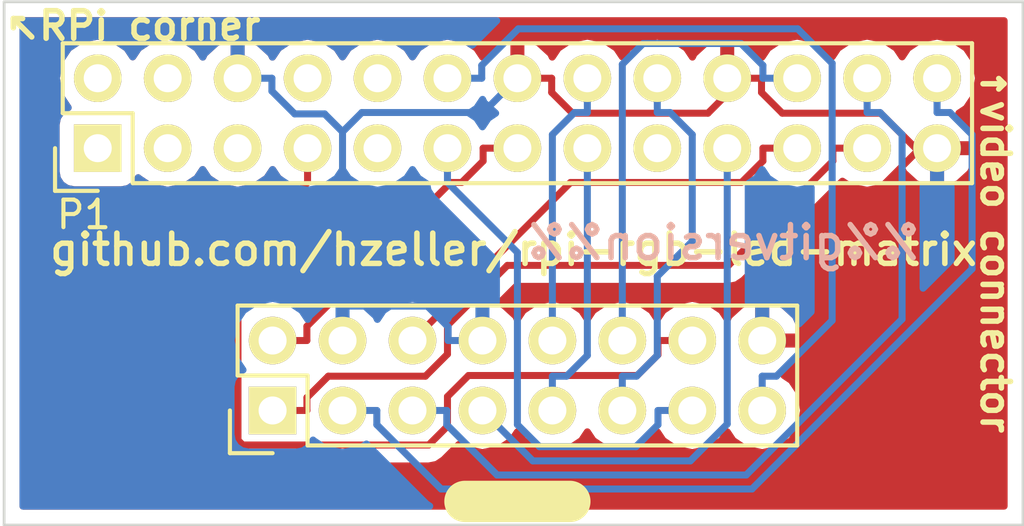
<source format=kicad_pcb>
(kicad_pcb (version 4) (host pcbnew "(2015-10-16 BZR 6271, Git e177d75)-product")

  (general
    (links 19)
    (no_connects 0)
    (area 83.657 38.37 122.550001 58.502333)
    (thickness 1.6)
    (drawings 9)
    (tracks 128)
    (zones 0)
    (modules 2)
    (nets 15)
  )

  (page A4)
  (layers
    (0 F.Cu signal)
    (31 B.Cu signal)
    (32 B.Adhes user)
    (33 F.Adhes user)
    (34 B.Paste user)
    (35 F.Paste user)
    (36 B.SilkS user)
    (37 F.SilkS user)
    (38 B.Mask user)
    (39 F.Mask user)
    (40 Dwgs.User user)
    (41 Cmts.User user)
    (42 Eco1.User user)
    (43 Eco2.User user)
    (44 Edge.Cuts user)
    (45 Margin user)
    (46 B.CrtYd user)
    (47 F.CrtYd user)
    (48 B.Fab user)
    (49 F.Fab user)
  )

  (setup
    (last_trace_width 0.254)
    (trace_clearance 0.254)
    (zone_clearance 0.508)
    (zone_45_only no)
    (trace_min 0.254)
    (segment_width 0.2)
    (edge_width 0.1)
    (via_size 0.889)
    (via_drill 0.635)
    (via_min_size 0.889)
    (via_min_drill 0.508)
    (uvia_size 0.508)
    (uvia_drill 0.127)
    (uvias_allowed no)
    (uvia_min_size 0.508)
    (uvia_min_drill 0.127)
    (pcb_text_width 0.3)
    (pcb_text_size 1.5 1.5)
    (mod_edge_width 0.15)
    (mod_text_size 1 1)
    (mod_text_width 0.15)
    (pad_size 4.064 4.064)
    (pad_drill 3.048)
    (pad_to_mask_clearance 0)
    (aux_axis_origin 0 0)
    (visible_elements FFFFEF7F)
    (pcbplotparams
      (layerselection 0x010f0_80000001)
      (usegerberextensions true)
      (excludeedgelayer true)
      (linewidth 0.100000)
      (plotframeref false)
      (viasonmask false)
      (mode 1)
      (useauxorigin false)
      (hpglpennumber 1)
      (hpglpenspeed 20)
      (hpglpendiameter 15)
      (hpglpenoverlay 2)
      (psnegative false)
      (psa4output false)
      (plotreference true)
      (plotvalue true)
      (plotinvisibletext false)
      (padsonsilk false)
      (subtractmaskfromsilk false)
      (outputformat 1)
      (mirror false)
      (drillshape 0)
      (scaleselection 1)
      (outputdirectory fab/))
  )

  (net 0 "")
  (net 1 GND)
  (net 2 strobe)
  (net 3 p0_r1)
  (net 4 p0_g1)
  (net 5 OE)
  (net 6 p0_b1)
  (net 7 p0_r2)
  (net 8 p0_g2)
  (net 9 row_D)
  (net 10 row_C)
  (net 11 p0_b2)
  (net 12 clock)
  (net 13 row_B)
  (net 14 row_A)

  (net_class Default "This is the default net class."
    (clearance 0.254)
    (trace_width 0.254)
    (via_dia 0.889)
    (via_drill 0.635)
    (uvia_dia 0.508)
    (uvia_drill 0.127)
    (add_net OE)
    (add_net clock)
    (add_net p0_b1)
    (add_net p0_b2)
    (add_net p0_g1)
    (add_net p0_g2)
    (add_net p0_r1)
    (add_net p0_r2)
    (add_net row_A)
    (add_net row_B)
    (add_net row_C)
    (add_net row_D)
    (add_net strobe)
  )

  (net_class power ""
    (clearance 0.254)
    (trace_width 0.254)
    (via_dia 0.889)
    (via_drill 0.635)
    (uvia_dia 0.508)
    (uvia_drill 0.127)
    (add_net GND)
  )

  (module Pin_Headers:Pin_Header_Straight_2x08 (layer F.Cu) (tedit 557E1BCB) (tstamp 54F3AB27)
    (at 95.25 53.34 90)
    (descr "Through hole pin header")
    (tags "pin header")
    (path /54ECB236)
    (fp_text reference Panel-1 (at 1.27 -2.54 90) (layer F.SilkS) hide
      (effects (font (size 1 1) (thickness 0.15)))
    )
    (fp_text value CONN_02X08 (at 0 -3.1 90) (layer F.SilkS) hide
      (effects (font (size 1 1) (thickness 0.15)))
    )
    (fp_line (start -1.75 -1.75) (end -1.75 19.55) (layer F.CrtYd) (width 0.05))
    (fp_line (start 4.3 -1.75) (end 4.3 19.55) (layer F.CrtYd) (width 0.05))
    (fp_line (start -1.75 -1.75) (end 4.3 -1.75) (layer F.CrtYd) (width 0.05))
    (fp_line (start -1.75 19.55) (end 4.3 19.55) (layer F.CrtYd) (width 0.05))
    (fp_line (start 3.81 19.05) (end 3.81 -1.27) (layer F.SilkS) (width 0.15))
    (fp_line (start -1.27 1.27) (end -1.27 19.05) (layer F.SilkS) (width 0.15))
    (fp_line (start 3.81 19.05) (end -1.27 19.05) (layer F.SilkS) (width 0.15))
    (fp_line (start 3.81 -1.27) (end 1.27 -1.27) (layer F.SilkS) (width 0.15))
    (fp_line (start 0 -1.55) (end -1.55 -1.55) (layer F.SilkS) (width 0.15))
    (fp_line (start 1.27 -1.27) (end 1.27 1.27) (layer F.SilkS) (width 0.15))
    (fp_line (start 1.27 1.27) (end -1.27 1.27) (layer F.SilkS) (width 0.15))
    (fp_line (start -1.55 -1.55) (end -1.55 0) (layer F.SilkS) (width 0.15))
    (pad 1 thru_hole rect (at 0 0 90) (size 1.7272 1.7272) (drill 1.016) (layers *.Cu *.Mask F.SilkS)
      (net 3 p0_r1))
    (pad 2 thru_hole oval (at 2.54 0 90) (size 1.7272 1.7272) (drill 1.016) (layers *.Cu *.Mask F.SilkS)
      (net 4 p0_g1))
    (pad 3 thru_hole oval (at 0 2.54 90) (size 1.7272 1.7272) (drill 1.016) (layers *.Cu *.Mask F.SilkS)
      (net 6 p0_b1))
    (pad 4 thru_hole oval (at 2.54 2.54 90) (size 1.7272 1.7272) (drill 1.016) (layers *.Cu *.Mask F.SilkS)
      (net 1 GND))
    (pad 5 thru_hole oval (at 0 5.08 90) (size 1.7272 1.7272) (drill 1.016) (layers *.Cu *.Mask F.SilkS)
      (net 7 p0_r2))
    (pad 6 thru_hole oval (at 2.54 5.08 90) (size 1.7272 1.7272) (drill 1.016) (layers *.Cu *.Mask F.SilkS)
      (net 8 p0_g2))
    (pad 7 thru_hole oval (at 0 7.62 90) (size 1.7272 1.7272) (drill 1.016) (layers *.Cu *.Mask F.SilkS)
      (net 11 p0_b2))
    (pad 8 thru_hole oval (at 2.54 7.62 90) (size 1.7272 1.7272) (drill 1.016) (layers *.Cu *.Mask F.SilkS)
      (net 1 GND))
    (pad 9 thru_hole oval (at 0 10.16 90) (size 1.7272 1.7272) (drill 1.016) (layers *.Cu *.Mask F.SilkS)
      (net 14 row_A))
    (pad 10 thru_hole oval (at 2.54 10.16 90) (size 1.7272 1.7272) (drill 1.016) (layers *.Cu *.Mask F.SilkS)
      (net 13 row_B))
    (pad 11 thru_hole oval (at 0 12.7 90) (size 1.7272 1.7272) (drill 1.016) (layers *.Cu *.Mask F.SilkS)
      (net 10 row_C))
    (pad 12 thru_hole oval (at 2.54 12.7 90) (size 1.7272 1.7272) (drill 1.016) (layers *.Cu *.Mask F.SilkS)
      (net 9 row_D))
    (pad 13 thru_hole oval (at 0 15.24 90) (size 1.7272 1.7272) (drill 1.016) (layers *.Cu *.Mask F.SilkS)
      (net 12 clock))
    (pad 14 thru_hole oval (at 2.54 15.24 90) (size 1.7272 1.7272) (drill 1.016) (layers *.Cu *.Mask F.SilkS)
      (net 2 strobe))
    (pad 15 thru_hole oval (at 0 17.78 90) (size 1.7272 1.7272) (drill 1.016) (layers *.Cu *.Mask F.SilkS)
      (net 5 OE))
    (pad 16 thru_hole oval (at 2.54 17.78 90) (size 1.7272 1.7272) (drill 1.016) (layers *.Cu *.Mask F.SilkS)
      (net 1 GND))
    (model Pin_Headers.3dshapes/Pin_Header_Straight_2x08.wrl
      (at (xyz 0.05 -0.35 0))
      (scale (xyz 1 1 1))
      (rotate (xyz 0 0 90))
    )
  )

  (module Pin_Headers:Pin_Header_Straight_2x13 (layer F.Cu) (tedit 557E1BBF) (tstamp 557E12E7)
    (at 88.9 43.815 90)
    (descr "Through hole pin header")
    (tags "pin header")
    (path /54ECB2B7)
    (fp_text reference P1 (at -2.413 -0.508 180) (layer F.SilkS)
      (effects (font (size 1 1) (thickness 0.15)))
    )
    (fp_text value RPi-Header (at -0.381 -4.064 90) (layer F.Fab) hide
      (effects (font (size 1 1) (thickness 0.15)))
    )
    (fp_line (start -1.75 -1.75) (end -1.75 32.25) (layer F.CrtYd) (width 0.05))
    (fp_line (start 4.3 -1.75) (end 4.3 32.25) (layer F.CrtYd) (width 0.05))
    (fp_line (start -1.75 -1.75) (end 4.3 -1.75) (layer F.CrtYd) (width 0.05))
    (fp_line (start -1.75 32.25) (end 4.3 32.25) (layer F.CrtYd) (width 0.05))
    (fp_line (start 3.81 -1.27) (end 3.81 31.75) (layer F.SilkS) (width 0.15))
    (fp_line (start -1.27 1.27) (end -1.27 31.75) (layer F.SilkS) (width 0.15))
    (fp_line (start 3.81 31.75) (end -1.27 31.75) (layer F.SilkS) (width 0.15))
    (fp_line (start 3.81 -1.27) (end 1.27 -1.27) (layer F.SilkS) (width 0.15))
    (fp_line (start 0 -1.55) (end -1.55 -1.55) (layer F.SilkS) (width 0.15))
    (fp_line (start 1.27 -1.27) (end 1.27 1.27) (layer F.SilkS) (width 0.15))
    (fp_line (start 1.27 1.27) (end -1.27 1.27) (layer F.SilkS) (width 0.15))
    (fp_line (start -1.55 -1.55) (end -1.55 0) (layer F.SilkS) (width 0.15))
    (pad 1 thru_hole rect (at 0 0 90) (size 1.7272 1.7272) (drill 1.016) (layers *.Cu *.Mask F.SilkS))
    (pad 2 thru_hole oval (at 2.54 0 90) (size 1.7272 1.7272) (drill 1.016) (layers *.Cu *.Mask F.SilkS))
    (pad 3 thru_hole oval (at 0 2.54 90) (size 1.7272 1.7272) (drill 1.016) (layers *.Cu *.Mask F.SilkS))
    (pad 4 thru_hole oval (at 2.54 2.54 90) (size 1.7272 1.7272) (drill 1.016) (layers *.Cu *.Mask F.SilkS))
    (pad 5 thru_hole oval (at 0 5.08 90) (size 1.7272 1.7272) (drill 1.016) (layers *.Cu *.Mask F.SilkS))
    (pad 6 thru_hole oval (at 2.54 5.08 90) (size 1.7272 1.7272) (drill 1.016) (layers *.Cu *.Mask F.SilkS)
      (net 1 GND))
    (pad 7 thru_hole oval (at 0 7.62 90) (size 1.7272 1.7272) (drill 1.016) (layers *.Cu *.Mask F.SilkS)
      (net 2 strobe))
    (pad 8 thru_hole oval (at 2.54 7.62 90) (size 1.7272 1.7272) (drill 1.016) (layers *.Cu *.Mask F.SilkS))
    (pad 9 thru_hole oval (at 0 10.16 90) (size 1.7272 1.7272) (drill 1.016) (layers *.Cu *.Mask F.SilkS))
    (pad 10 thru_hole oval (at 2.54 10.16 90) (size 1.7272 1.7272) (drill 1.016) (layers *.Cu *.Mask F.SilkS))
    (pad 11 thru_hole oval (at 0 12.7 90) (size 1.7272 1.7272) (drill 1.016) (layers *.Cu *.Mask F.SilkS)
      (net 12 clock))
    (pad 12 thru_hole oval (at 2.54 12.7 90) (size 1.7272 1.7272) (drill 1.016) (layers *.Cu *.Mask F.SilkS)
      (net 5 OE))
    (pad 13 thru_hole oval (at 0 15.24 90) (size 1.7272 1.7272) (drill 1.016) (layers *.Cu *.Mask F.SilkS)
      (net 4 p0_g1))
    (pad 14 thru_hole oval (at 2.54 15.24 90) (size 1.7272 1.7272) (drill 1.016) (layers *.Cu *.Mask F.SilkS)
      (net 1 GND))
    (pad 15 thru_hole oval (at 0 17.78 90) (size 1.7272 1.7272) (drill 1.016) (layers *.Cu *.Mask F.SilkS)
      (net 14 row_A))
    (pad 16 thru_hole oval (at 2.54 17.78 90) (size 1.7272 1.7272) (drill 1.016) (layers *.Cu *.Mask F.SilkS)
      (net 13 row_B))
    (pad 17 thru_hole oval (at 0 20.32 90) (size 1.7272 1.7272) (drill 1.016) (layers *.Cu *.Mask F.SilkS))
    (pad 18 thru_hole oval (at 2.54 20.32 90) (size 1.7272 1.7272) (drill 1.016) (layers *.Cu *.Mask F.SilkS)
      (net 10 row_C))
    (pad 19 thru_hole oval (at 0 22.86 90) (size 1.7272 1.7272) (drill 1.016) (layers *.Cu *.Mask F.SilkS)
      (net 11 p0_b2))
    (pad 20 thru_hole oval (at 2.54 22.86 90) (size 1.7272 1.7272) (drill 1.016) (layers *.Cu *.Mask F.SilkS)
      (net 1 GND))
    (pad 21 thru_hole oval (at 0 25.4 90) (size 1.7272 1.7272) (drill 1.016) (layers *.Cu *.Mask F.SilkS)
      (net 8 p0_g2))
    (pad 22 thru_hole oval (at 2.54 25.4 90) (size 1.7272 1.7272) (drill 1.016) (layers *.Cu *.Mask F.SilkS)
      (net 9 row_D))
    (pad 23 thru_hole oval (at 0 27.94 90) (size 1.7272 1.7272) (drill 1.016) (layers *.Cu *.Mask F.SilkS)
      (net 3 p0_r1))
    (pad 24 thru_hole oval (at 2.54 27.94 90) (size 1.7272 1.7272) (drill 1.016) (layers *.Cu *.Mask F.SilkS)
      (net 7 p0_r2))
    (pad 25 thru_hole oval (at 0 30.48 90) (size 1.7272 1.7272) (drill 1.016) (layers *.Cu *.Mask F.SilkS)
      (net 1 GND))
    (pad 26 thru_hole oval (at 2.54 30.48 90) (size 1.7272 1.7272) (drill 1.016) (layers *.Cu *.Mask F.SilkS)
      (net 6 p0_b1))
  )

  (gr_text %%gitversion%% (at 118.872 47.244) (layer B.SilkS)
    (effects (font (size 1.2 1.2) (thickness 0.2)) (justify left mirror))
  )
  (gr_text "↖RPi corner" (at 90.17 39.37) (layer F.SilkS)
    (effects (font (size 1 1) (thickness 0.2)))
  )
  (gr_text "↑video connector" (at 121.5 47.5 270) (layer F.SilkS)
    (effects (font (size 1 1) (thickness 0.2)))
  )
  (gr_text github.com/hzeller/rpi-rgb-led-matrix (at 104 47.5) (layer F.SilkS)
    (effects (font (size 1.1 1.1) (thickness 0.2)))
  )
  (gr_line (start 102.235 56.642) (end 106.045 56.642) (angle 90) (layer F.SilkS) (width 1.5))
  (gr_line (start 85.5 57.5) (end 85.5 38.5) (angle 90) (layer Edge.Cuts) (width 0.1) (tstamp 556C01FD))
  (gr_line (start 85.5 38.5) (end 122.5 38.5) (angle 90) (layer Edge.Cuts) (width 0.1))
  (gr_line (start 122.5 38.5) (end 122.5 57.5) (angle 90) (layer Edge.Cuts) (width 0.1) (tstamp 556BCFD7))
  (gr_line (start 122.5 57.5) (end 85.5 57.5) (angle 90) (layer Edge.Cuts) (width 0.1) (tstamp 556BCFD8))

  (segment (start 104.14 41.275) (end 105.3849 41.275) (width 0.254) (layer F.Cu) (net 1))
  (segment (start 112.3295 41.275) (end 111.0595 42.545) (width 0.254) (layer F.Cu) (net 1))
  (segment (start 111.0595 42.545) (end 106.1391 42.545) (width 0.254) (layer F.Cu) (net 1))
  (segment (start 106.1391 42.545) (end 105.3849 41.7908) (width 0.254) (layer F.Cu) (net 1))
  (segment (start 105.3849 41.7908) (end 105.3849 41.275) (width 0.254) (layer F.Cu) (net 1))
  (segment (start 112.3295 41.275) (end 113.0049 41.275) (width 0.254) (layer F.Cu) (net 1))
  (segment (start 111.76 41.275) (end 112.3295 41.275) (width 0.254) (layer F.Cu) (net 1))
  (segment (start 118.6854 43.8997) (end 117.3307 42.545) (width 0.254) (layer F.Cu) (net 1))
  (segment (start 117.3307 42.545) (end 113.7591 42.545) (width 0.254) (layer F.Cu) (net 1))
  (segment (start 113.7591 42.545) (end 113.0049 41.7908) (width 0.254) (layer F.Cu) (net 1))
  (segment (start 113.0049 41.7908) (end 113.0049 41.275) (width 0.254) (layer F.Cu) (net 1))
  (segment (start 118.8105 43.815) (end 118.7258 43.8997) (width 0.254) (layer F.Cu) (net 1))
  (segment (start 118.7258 43.8997) (end 118.6854 43.8997) (width 0.254) (layer F.Cu) (net 1))
  (segment (start 113.03 49.5551) (end 118.6854 43.8997) (width 0.254) (layer F.Cu) (net 1))
  (segment (start 113.03 50.8) (end 113.03 49.5551) (width 0.254) (layer F.Cu) (net 1))
  (segment (start 119.38 43.815) (end 118.8105 43.815) (width 0.254) (layer F.Cu) (net 1))
  (segment (start 97.79 43.2214) (end 97.79 49.5492) (width 0.254) (layer B.Cu) (net 1))
  (segment (start 95.2249 41.275) (end 95.2249 41.7419) (width 0.254) (layer B.Cu) (net 1))
  (segment (start 95.2249 41.7419) (end 96.0531 42.5701) (width 0.254) (layer B.Cu) (net 1))
  (segment (start 96.0531 42.5701) (end 97.1387 42.5701) (width 0.254) (layer B.Cu) (net 1))
  (segment (start 97.1387 42.5701) (end 97.79 43.2214) (width 0.254) (layer B.Cu) (net 1))
  (segment (start 104.14 41.275) (end 102.895 42.52) (width 0.254) (layer B.Cu) (net 1))
  (segment (start 102.895 42.52) (end 98.4914 42.52) (width 0.254) (layer B.Cu) (net 1))
  (segment (start 98.4914 42.52) (end 97.79 43.2214) (width 0.254) (layer B.Cu) (net 1))
  (segment (start 97.79 49.5492) (end 97.79 50.8) (width 0.254) (layer B.Cu) (net 1))
  (segment (start 97.79 49.5492) (end 100.8698 49.5492) (width 0.254) (layer B.Cu) (net 1))
  (segment (start 100.8698 49.5492) (end 101.6251 50.3045) (width 0.254) (layer B.Cu) (net 1))
  (segment (start 101.6251 50.3045) (end 101.6251 50.8) (width 0.254) (layer B.Cu) (net 1))
  (segment (start 102.87 50.8) (end 101.6251 50.8) (width 0.254) (layer B.Cu) (net 1))
  (segment (start 93.98 41.275) (end 95.2249 41.275) (width 0.254) (layer B.Cu) (net 1))
  (segment (start 110.49 50.8) (end 109.2451 50.8) (width 0.254) (layer F.Cu) (net 2))
  (segment (start 96.52 43.815) (end 96.52 45.0599) (width 0.254) (layer F.Cu) (net 2))
  (segment (start 96.52 45.0599) (end 93.9931 47.5868) (width 0.254) (layer F.Cu) (net 2))
  (segment (start 93.9931 47.5868) (end 93.9931 54.4202) (width 0.254) (layer F.Cu) (net 2))
  (segment (start 93.9931 54.4202) (end 94.1662 54.5933) (width 0.254) (layer F.Cu) (net 2))
  (segment (start 94.1662 54.5933) (end 100.9179 54.5933) (width 0.254) (layer F.Cu) (net 2))
  (segment (start 100.9179 54.5933) (end 101.6 53.9112) (width 0.254) (layer F.Cu) (net 2))
  (segment (start 101.6 53.9112) (end 101.6 52.835) (width 0.254) (layer F.Cu) (net 2))
  (segment (start 101.6 52.835) (end 102.365 52.07) (width 0.254) (layer F.Cu) (net 2))
  (segment (start 102.365 52.07) (end 108.4909 52.07) (width 0.254) (layer F.Cu) (net 2))
  (segment (start 108.4909 52.07) (end 109.2451 51.3158) (width 0.254) (layer F.Cu) (net 2))
  (segment (start 109.2451 51.3158) (end 109.2451 50.8) (width 0.254) (layer F.Cu) (net 2))
  (segment (start 95.25 53.34) (end 96.4949 53.34) (width 0.254) (layer F.Cu) (net 3))
  (segment (start 116.84 43.815) (end 115.5951 43.815) (width 0.254) (layer F.Cu) (net 3))
  (segment (start 115.5951 43.815) (end 115.5951 44.2818) (width 0.254) (layer F.Cu) (net 3))
  (segment (start 115.5951 44.2818) (end 111.8058 48.0711) (width 0.254) (layer F.Cu) (net 3))
  (segment (start 111.8058 48.0711) (end 103.7779 48.0711) (width 0.254) (layer F.Cu) (net 3))
  (segment (start 103.7779 48.0711) (end 101.6 50.249) (width 0.254) (layer F.Cu) (net 3))
  (segment (start 101.6 50.249) (end 101.6 51.295) (width 0.254) (layer F.Cu) (net 3))
  (segment (start 101.6 51.295) (end 100.7999 52.0951) (width 0.254) (layer F.Cu) (net 3))
  (segment (start 100.7999 52.0951) (end 97.2729 52.0951) (width 0.254) (layer F.Cu) (net 3))
  (segment (start 97.2729 52.0951) (end 96.4949 52.8731) (width 0.254) (layer F.Cu) (net 3))
  (segment (start 96.4949 52.8731) (end 96.4949 53.34) (width 0.254) (layer F.Cu) (net 3))
  (segment (start 95.25 50.8) (end 96.4949 50.8) (width 0.254) (layer F.Cu) (net 4))
  (segment (start 104.14 43.815) (end 102.8951 43.815) (width 0.254) (layer F.Cu) (net 4))
  (segment (start 102.8951 43.815) (end 102.8951 44.2819) (width 0.254) (layer F.Cu) (net 4))
  (segment (start 102.8951 44.2819) (end 102.1171 45.0599) (width 0.254) (layer F.Cu) (net 4))
  (segment (start 102.1171 45.0599) (end 101.7192 45.0599) (width 0.254) (layer F.Cu) (net 4))
  (segment (start 101.7192 45.0599) (end 96.4949 50.2842) (width 0.254) (layer F.Cu) (net 4))
  (segment (start 96.4949 50.2842) (end 96.4949 50.8) (width 0.254) (layer F.Cu) (net 4))
  (segment (start 113.03 53.34) (end 113.03 52.0951) (width 0.254) (layer B.Cu) (net 5))
  (segment (start 101.6 41.275) (end 102.8449 41.275) (width 0.254) (layer B.Cu) (net 5))
  (segment (start 102.8449 41.275) (end 102.8449 40.8082) (width 0.254) (layer B.Cu) (net 5))
  (segment (start 102.8449 40.8082) (end 104.1729 39.4802) (width 0.254) (layer B.Cu) (net 5))
  (segment (start 104.1729 39.4802) (end 114.3167 39.4802) (width 0.254) (layer B.Cu) (net 5))
  (segment (start 114.3167 39.4802) (end 115.57 40.7335) (width 0.254) (layer B.Cu) (net 5))
  (segment (start 115.57 40.7335) (end 115.57 50.0709) (width 0.254) (layer B.Cu) (net 5))
  (segment (start 115.57 50.0709) (end 113.5458 52.0951) (width 0.254) (layer B.Cu) (net 5))
  (segment (start 113.5458 52.0951) (end 113.03 52.0951) (width 0.254) (layer B.Cu) (net 5))
  (segment (start 97.79 53.34) (end 99.0349 53.34) (width 0.254) (layer B.Cu) (net 6))
  (segment (start 119.38 41.275) (end 119.38 42.5199) (width 0.254) (layer B.Cu) (net 6))
  (segment (start 119.38 42.5199) (end 119.8468 42.5199) (width 0.254) (layer B.Cu) (net 6))
  (segment (start 119.8468 42.5199) (end 120.6524 43.3255) (width 0.254) (layer B.Cu) (net 6))
  (segment (start 120.6524 43.3255) (end 120.6524 48.1982) (width 0.254) (layer B.Cu) (net 6))
  (segment (start 120.6524 48.1982) (end 112.6587 56.1919) (width 0.254) (layer B.Cu) (net 6))
  (segment (start 112.6587 56.1919) (end 101.371 56.1919) (width 0.254) (layer B.Cu) (net 6))
  (segment (start 101.371 56.1919) (end 99.0349 53.8558) (width 0.254) (layer B.Cu) (net 6))
  (segment (start 99.0349 53.8558) (end 99.0349 53.34) (width 0.254) (layer B.Cu) (net 6))
  (segment (start 100.33 53.34) (end 101.5749 53.34) (width 0.254) (layer B.Cu) (net 7))
  (segment (start 116.84 41.275) (end 116.84 42.5199) (width 0.254) (layer B.Cu) (net 7))
  (segment (start 116.84 42.5199) (end 117.3068 42.5199) (width 0.254) (layer B.Cu) (net 7))
  (segment (start 117.3068 42.5199) (end 118.11 43.3231) (width 0.254) (layer B.Cu) (net 7))
  (segment (start 118.11 43.3231) (end 118.11 50.0216) (width 0.254) (layer B.Cu) (net 7))
  (segment (start 118.11 50.0216) (end 112.4481 55.6835) (width 0.254) (layer B.Cu) (net 7))
  (segment (start 112.4481 55.6835) (end 103.4026 55.6835) (width 0.254) (layer B.Cu) (net 7))
  (segment (start 103.4026 55.6835) (end 101.5749 53.8558) (width 0.254) (layer B.Cu) (net 7))
  (segment (start 101.5749 53.8558) (end 101.5749 53.34) (width 0.254) (layer B.Cu) (net 7))
  (segment (start 114.3 43.815) (end 113.0551 43.815) (width 0.254) (layer F.Cu) (net 8))
  (segment (start 113.0551 43.815) (end 113.0551 44.2819) (width 0.254) (layer F.Cu) (net 8))
  (segment (start 113.0551 44.2819) (end 112.2771 45.0599) (width 0.254) (layer F.Cu) (net 8))
  (segment (start 112.2771 45.0599) (end 106.0701 45.0599) (width 0.254) (layer F.Cu) (net 8))
  (segment (start 106.0701 45.0599) (end 100.33 50.8) (width 0.254) (layer F.Cu) (net 8))
  (segment (start 114.3 41.275) (end 113.0551 41.275) (width 0.254) (layer B.Cu) (net 9))
  (segment (start 113.0551 41.275) (end 113.0551 40.8082) (width 0.254) (layer B.Cu) (net 9))
  (segment (start 113.0551 40.8082) (end 112.2605 40.0136) (width 0.254) (layer B.Cu) (net 9))
  (segment (start 112.2605 40.0136) (end 108.7063 40.0136) (width 0.254) (layer B.Cu) (net 9))
  (segment (start 108.7063 40.0136) (end 107.95 40.7699) (width 0.254) (layer B.Cu) (net 9))
  (segment (start 107.95 40.7699) (end 107.95 50.8) (width 0.254) (layer B.Cu) (net 9))
  (segment (start 107.95 53.34) (end 107.95 52.0951) (width 0.254) (layer B.Cu) (net 10))
  (segment (start 109.22 41.275) (end 109.22 42.5199) (width 0.254) (layer B.Cu) (net 10))
  (segment (start 109.22 42.5199) (end 109.6868 42.5199) (width 0.254) (layer B.Cu) (net 10))
  (segment (start 109.6868 42.5199) (end 110.49 43.3231) (width 0.254) (layer B.Cu) (net 10))
  (segment (start 110.49 43.3231) (end 110.49 47.1986) (width 0.254) (layer B.Cu) (net 10))
  (segment (start 110.49 47.1986) (end 109.22 48.4686) (width 0.254) (layer B.Cu) (net 10))
  (segment (start 109.22 48.4686) (end 109.22 51.3409) (width 0.254) (layer B.Cu) (net 10))
  (segment (start 109.22 51.3409) (end 108.4658 52.0951) (width 0.254) (layer B.Cu) (net 10))
  (segment (start 108.4658 52.0951) (end 107.95 52.0951) (width 0.254) (layer B.Cu) (net 10))
  (segment (start 111.76 43.815) (end 111.76 53.8323) (width 0.254) (layer B.Cu) (net 11))
  (segment (start 111.76 53.8323) (end 110.4228 55.1695) (width 0.254) (layer B.Cu) (net 11))
  (segment (start 110.4228 55.1695) (end 104.6995 55.1695) (width 0.254) (layer B.Cu) (net 11))
  (segment (start 104.6995 55.1695) (end 102.87 53.34) (width 0.254) (layer B.Cu) (net 11))
  (segment (start 110.49 53.34) (end 109.2451 53.34) (width 0.254) (layer B.Cu) (net 12))
  (segment (start 101.6 43.815) (end 101.6 45.0599) (width 0.254) (layer B.Cu) (net 12))
  (segment (start 101.6 45.0599) (end 104.14 47.5999) (width 0.254) (layer B.Cu) (net 12))
  (segment (start 104.14 47.5999) (end 104.14 53.8544) (width 0.254) (layer B.Cu) (net 12))
  (segment (start 104.14 53.8544) (end 104.94 54.6544) (width 0.254) (layer B.Cu) (net 12))
  (segment (start 104.94 54.6544) (end 108.4465 54.6544) (width 0.254) (layer B.Cu) (net 12))
  (segment (start 108.4465 54.6544) (end 109.2451 53.8558) (width 0.254) (layer B.Cu) (net 12))
  (segment (start 109.2451 53.8558) (end 109.2451 53.34) (width 0.254) (layer B.Cu) (net 12))
  (segment (start 105.41 50.8) (end 105.41 49.5551) (width 0.254) (layer B.Cu) (net 13))
  (segment (start 105.41 49.5551) (end 105.41 43.3231) (width 0.254) (layer B.Cu) (net 13))
  (segment (start 105.41 43.3231) (end 106.2132 42.5199) (width 0.254) (layer B.Cu) (net 13))
  (segment (start 106.2132 42.5199) (end 106.68 42.5199) (width 0.254) (layer B.Cu) (net 13))
  (segment (start 106.68 41.275) (end 106.68 42.5199) (width 0.254) (layer B.Cu) (net 13))
  (segment (start 105.41 53.34) (end 105.41 52.0951) (width 0.254) (layer B.Cu) (net 14))
  (segment (start 106.68 43.815) (end 106.68 51.3409) (width 0.254) (layer B.Cu) (net 14))
  (segment (start 106.68 51.3409) (end 105.9258 52.0951) (width 0.254) (layer B.Cu) (net 14))
  (segment (start 105.9258 52.0951) (end 105.41 52.0951) (width 0.254) (layer B.Cu) (net 14))

  (zone (net 1) (net_name GND) (layer F.Cu) (tstamp 557E155F) (hatch edge 0.508)
    (connect_pads (clearance 0.508))
    (min_thickness 0.254)
    (fill yes (arc_segments 16) (thermal_gap 0.508) (thermal_bridge_width 0.508))
    (polygon
      (pts
        (xy 122.5 57.5) (xy 85.5 57.5) (xy 85.5 38.5) (xy 122.5 38.5)
      )
    )
    (filled_polygon
      (pts
        (xy 121.815 56.815) (xy 86.185 56.815) (xy 86.185 39.747041) (xy 88.9 39.747041) (xy 88.326511 39.861115)
        (xy 87.84033 40.185971) (xy 87.515474 40.672152) (xy 87.4014 41.245641) (xy 87.4014 41.304359) (xy 87.515474 41.877848)
        (xy 87.827301 42.34453) (xy 87.794277 42.350937) (xy 87.581473 42.490727) (xy 87.439023 42.70176) (xy 87.38896 42.9514)
        (xy 87.38896 44.6786) (xy 87.435937 44.920723) (xy 87.575727 45.133527) (xy 87.78676 45.275977) (xy 88.0364 45.32604)
        (xy 89.7636 45.32604) (xy 90.005723 45.279063) (xy 90.218527 45.139273) (xy 90.360977 44.92824) (xy 90.369179 44.88734)
        (xy 90.38033 44.904029) (xy 90.866511 45.228885) (xy 91.44 45.342959) (xy 92.013489 45.228885) (xy 92.49967 44.904029)
        (xy 92.71 44.589248) (xy 92.92033 44.904029) (xy 93.406511 45.228885) (xy 93.98 45.342959) (xy 94.553489 45.228885)
        (xy 95.03967 44.904029) (xy 95.25 44.589248) (xy 95.46033 44.904029) (xy 95.543001 44.959268) (xy 93.454285 47.047985)
        (xy 93.289104 47.295195) (xy 93.2311 47.5868) (xy 93.2311 54.4202) (xy 93.289104 54.711805) (xy 93.404766 54.884905)
        (xy 93.454285 54.959015) (xy 93.627384 55.132115) (xy 93.702342 55.1822) (xy 93.874595 55.297296) (xy 94.1662 55.3553)
        (xy 100.9179 55.3553) (xy 101.209505 55.297296) (xy 101.456715 55.132115) (xy 102.019822 54.569008) (xy 102.296511 54.753885)
        (xy 102.87 54.867959) (xy 103.443489 54.753885) (xy 103.92967 54.429029) (xy 104.14 54.114248) (xy 104.35033 54.429029)
        (xy 104.836511 54.753885) (xy 105.41 54.867959) (xy 105.983489 54.753885) (xy 106.46967 54.429029) (xy 106.68 54.114248)
        (xy 106.89033 54.429029) (xy 107.376511 54.753885) (xy 107.95 54.867959) (xy 108.523489 54.753885) (xy 109.00967 54.429029)
        (xy 109.22 54.114248) (xy 109.43033 54.429029) (xy 109.916511 54.753885) (xy 110.49 54.867959) (xy 111.063489 54.753885)
        (xy 111.54967 54.429029) (xy 111.76 54.114248) (xy 111.97033 54.429029) (xy 112.456511 54.753885) (xy 113.03 54.867959)
        (xy 113.603489 54.753885) (xy 114.08967 54.429029) (xy 114.414526 53.942848) (xy 114.5286 53.369359) (xy 114.5286 53.310641)
        (xy 114.414526 52.737152) (xy 114.08967 52.250971) (xy 113.818839 52.070008) (xy 114.236821 51.68849) (xy 114.484968 51.159027)
        (xy 114.364469 50.927) (xy 113.157 50.927) (xy 113.157 50.947) (xy 112.903 50.947) (xy 112.903 50.927)
        (xy 112.883 50.927) (xy 112.883 50.673) (xy 112.903 50.673) (xy 112.903 49.466183) (xy 112.670974 49.345042)
        (xy 113.389026 49.345042) (xy 113.157 49.466183) (xy 113.157 50.673) (xy 114.364469 50.673) (xy 114.484968 50.440973)
        (xy 114.236821 49.91151) (xy 113.804947 49.517312) (xy 113.389026 49.345042) (xy 112.670974 49.345042) (xy 112.255053 49.517312)
        (xy 111.823179 49.91151) (xy 111.765664 50.034228) (xy 111.54967 49.710971) (xy 111.063489 49.386115) (xy 110.49 49.272041)
        (xy 109.916511 49.386115) (xy 109.43033 49.710971) (xy 109.22 50.025752) (xy 109.00967 49.710971) (xy 108.523489 49.386115)
        (xy 107.95 49.272041) (xy 107.376511 49.386115) (xy 106.89033 49.710971) (xy 106.68 50.025752) (xy 106.46967 49.710971)
        (xy 105.983489 49.386115) (xy 105.41 49.272041) (xy 104.836511 49.386115) (xy 104.35033 49.710971) (xy 104.134336 50.034228)
        (xy 104.076821 49.91151) (xy 103.644947 49.517312) (xy 103.47833 49.448301) (xy 104.093531 48.8331) (xy 111.8058 48.8331)
        (xy 112.097405 48.775096) (xy 112.344615 48.609915) (xy 115.942286 45.012245) (xy 116.266511 45.228885) (xy 116.84 45.342959)
        (xy 117.413489 45.228885) (xy 117.89967 44.904029) (xy 118.115664 44.580772) (xy 118.173179 44.70349) (xy 118.605053 45.097688)
        (xy 119.020974 45.269958) (xy 119.253 45.148817) (xy 119.253 43.942) (xy 119.507 43.942) (xy 119.507 45.148817)
        (xy 119.739026 45.269958) (xy 120.154947 45.097688) (xy 120.586821 44.70349) (xy 120.834968 44.174027) (xy 120.714469 43.942)
        (xy 119.507 43.942) (xy 119.253 43.942) (xy 119.233 43.942) (xy 119.233 43.688) (xy 119.253 43.688)
        (xy 119.253 43.668) (xy 119.507 43.668) (xy 119.507 43.688) (xy 120.714469 43.688) (xy 120.834968 43.455973)
        (xy 120.586821 42.92651) (xy 120.168839 42.544992) (xy 120.43967 42.364029) (xy 120.764526 41.877848) (xy 120.8786 41.304359)
        (xy 120.8786 41.245641) (xy 120.764526 40.672152) (xy 120.43967 40.185971) (xy 119.953489 39.861115) (xy 119.38 39.747041)
        (xy 118.806511 39.861115) (xy 118.32033 40.185971) (xy 118.11 40.500752) (xy 117.89967 40.185971) (xy 117.413489 39.861115)
        (xy 116.84 39.747041) (xy 116.266511 39.861115) (xy 115.78033 40.185971) (xy 115.57 40.500752) (xy 115.35967 40.185971)
        (xy 114.873489 39.861115) (xy 114.3 39.747041) (xy 113.726511 39.861115) (xy 113.24033 40.185971) (xy 113.024336 40.509228)
        (xy 112.966821 40.38651) (xy 112.534947 39.992312) (xy 112.119026 39.820042) (xy 111.887 39.941183) (xy 111.887 41.148)
        (xy 111.907 41.148) (xy 111.907 41.402) (xy 111.887 41.402) (xy 111.887 41.422) (xy 111.633 41.422)
        (xy 111.633 41.402) (xy 111.613 41.402) (xy 111.613 41.148) (xy 111.633 41.148) (xy 111.633 39.941183)
        (xy 111.400974 39.820042) (xy 110.985053 39.992312) (xy 110.553179 40.38651) (xy 110.495664 40.509228) (xy 110.27967 40.185971)
        (xy 109.793489 39.861115) (xy 109.22 39.747041) (xy 108.646511 39.861115) (xy 108.16033 40.185971) (xy 107.95 40.500752)
        (xy 107.73967 40.185971) (xy 107.253489 39.861115) (xy 106.68 39.747041) (xy 106.106511 39.861115) (xy 105.62033 40.185971)
        (xy 105.404336 40.509228) (xy 105.346821 40.38651) (xy 104.914947 39.992312) (xy 104.499026 39.820042) (xy 104.267 39.941183)
        (xy 104.267 41.148) (xy 104.287 41.148) (xy 104.287 41.402) (xy 104.267 41.402) (xy 104.267 41.422)
        (xy 104.013 41.422) (xy 104.013 41.402) (xy 103.993 41.402) (xy 103.993 41.148) (xy 104.013 41.148)
        (xy 104.013 39.941183) (xy 103.780974 39.820042) (xy 103.365053 39.992312) (xy 102.933179 40.38651) (xy 102.875664 40.509228)
        (xy 102.65967 40.185971) (xy 102.173489 39.861115) (xy 101.6 39.747041) (xy 101.026511 39.861115) (xy 100.54033 40.185971)
        (xy 100.33 40.500752) (xy 100.11967 40.185971) (xy 99.633489 39.861115) (xy 99.06 39.747041) (xy 98.486511 39.861115)
        (xy 98.00033 40.185971) (xy 97.79 40.500752) (xy 97.57967 40.185971) (xy 97.093489 39.861115) (xy 96.52 39.747041)
        (xy 95.946511 39.861115) (xy 95.46033 40.185971) (xy 95.244336 40.509228) (xy 95.186821 40.38651) (xy 94.754947 39.992312)
        (xy 94.339026 39.820042) (xy 94.107 39.941183) (xy 94.107 41.148) (xy 94.127 41.148) (xy 94.127 41.402)
        (xy 94.107 41.402) (xy 94.107 41.422) (xy 93.853 41.422) (xy 93.853 41.402) (xy 93.833 41.402)
        (xy 93.833 41.148) (xy 93.853 41.148) (xy 93.853 39.941183) (xy 93.620974 39.820042) (xy 93.205053 39.992312)
        (xy 92.773179 40.38651) (xy 92.715664 40.509228) (xy 92.49967 40.185971) (xy 92.013489 39.861115) (xy 91.44 39.747041)
        (xy 90.866511 39.861115) (xy 90.38033 40.185971) (xy 90.17 40.500752) (xy 89.95967 40.185971) (xy 89.473489 39.861115)
        (xy 88.9 39.747041) (xy 86.185 39.747041) (xy 86.185 39.185) (xy 121.815 39.185) (xy 121.815 56.815)
      )
    )
    (filled_polygon
      (pts
        (xy 102.997 50.673) (xy 103.017 50.673) (xy 103.017 50.927) (xy 102.997 50.927) (xy 102.997 50.947)
        (xy 102.743 50.947) (xy 102.743 50.927) (xy 102.723 50.927) (xy 102.723 50.673) (xy 102.743 50.673)
        (xy 102.743 50.653) (xy 102.997 50.653) (xy 102.997 50.673)
      )
    )
    (filled_polygon
      (pts
        (xy 97.917 50.673) (xy 97.937 50.673) (xy 97.937 50.927) (xy 97.917 50.927) (xy 97.917 50.947)
        (xy 97.663 50.947) (xy 97.663 50.927) (xy 97.643 50.927) (xy 97.643 50.673) (xy 97.663 50.673)
        (xy 97.663 50.653) (xy 97.917 50.653) (xy 97.917 50.673)
      )
    )
  )
  (zone (net 1) (net_name GND) (layer B.Cu) (tstamp 557E1560) (hatch edge 0.508)
    (connect_pads (clearance 0.508))
    (min_thickness 0.254)
    (fill yes (arc_segments 16) (thermal_gap 0.508) (thermal_bridge_width 0.508))
    (polygon
      (pts
        (xy 122.5 57.5) (xy 85.5 57.5) (xy 85.5 38.5) (xy 122.5 38.5)
      )
    )
    (filled_polygon
      (pts
        (xy 102.497714 40.077756) (xy 102.173489 39.861115) (xy 101.6 39.747041) (xy 101.026511 39.861115) (xy 100.54033 40.185971)
        (xy 100.33 40.500752) (xy 100.11967 40.185971) (xy 99.633489 39.861115) (xy 99.06 39.747041) (xy 98.486511 39.861115)
        (xy 98.00033 40.185971) (xy 97.79 40.500752) (xy 97.57967 40.185971) (xy 97.093489 39.861115) (xy 96.52 39.747041)
        (xy 95.946511 39.861115) (xy 95.46033 40.185971) (xy 95.244336 40.509228) (xy 95.186821 40.38651) (xy 94.754947 39.992312)
        (xy 94.339026 39.820042) (xy 94.107 39.941183) (xy 94.107 41.148) (xy 94.127 41.148) (xy 94.127 41.402)
        (xy 94.107 41.402) (xy 94.107 41.422) (xy 93.853 41.422) (xy 93.853 41.402) (xy 93.833 41.402)
        (xy 93.833 41.148) (xy 93.853 41.148) (xy 93.853 39.941183) (xy 93.620974 39.820042) (xy 93.205053 39.992312)
        (xy 92.773179 40.38651) (xy 92.715664 40.509228) (xy 92.49967 40.185971) (xy 92.013489 39.861115) (xy 91.44 39.747041)
        (xy 90.866511 39.861115) (xy 90.38033 40.185971) (xy 90.17 40.500752) (xy 89.95967 40.185971) (xy 89.473489 39.861115)
        (xy 88.9 39.747041) (xy 88.326511 39.861115) (xy 87.84033 40.185971) (xy 87.515474 40.672152) (xy 87.4014 41.245641)
        (xy 87.4014 41.304359) (xy 87.515474 41.877848) (xy 87.827301 42.34453) (xy 87.794277 42.350937) (xy 87.581473 42.490727)
        (xy 87.439023 42.70176) (xy 87.38896 42.9514) (xy 87.38896 44.6786) (xy 87.435937 44.920723) (xy 87.575727 45.133527)
        (xy 87.78676 45.275977) (xy 88.0364 45.32604) (xy 89.7636 45.32604) (xy 90.005723 45.279063) (xy 90.218527 45.139273)
        (xy 90.360977 44.92824) (xy 90.369179 44.88734) (xy 90.38033 44.904029) (xy 90.866511 45.228885) (xy 91.44 45.342959)
        (xy 92.013489 45.228885) (xy 92.49967 44.904029) (xy 92.71 44.589248) (xy 92.92033 44.904029) (xy 93.406511 45.228885)
        (xy 93.98 45.342959) (xy 94.553489 45.228885) (xy 95.03967 44.904029) (xy 95.25 44.589248) (xy 95.46033 44.904029)
        (xy 95.946511 45.228885) (xy 96.52 45.342959) (xy 97.093489 45.228885) (xy 97.57967 44.904029) (xy 97.79 44.589248)
        (xy 98.00033 44.904029) (xy 98.486511 45.228885) (xy 99.06 45.342959) (xy 99.633489 45.228885) (xy 100.11967 44.904029)
        (xy 100.33 44.589248) (xy 100.54033 44.904029) (xy 100.84787 45.109521) (xy 100.896004 45.351505) (xy 101.061185 45.598715)
        (xy 103.378 47.915531) (xy 103.378 49.406745) (xy 103.229026 49.345042) (xy 102.997 49.466183) (xy 102.997 50.673)
        (xy 103.017 50.673) (xy 103.017 50.927) (xy 102.997 50.927) (xy 102.997 50.947) (xy 102.743 50.947)
        (xy 102.743 50.927) (xy 102.723 50.927) (xy 102.723 50.673) (xy 102.743 50.673) (xy 102.743 49.466183)
        (xy 102.510974 49.345042) (xy 102.095053 49.517312) (xy 101.663179 49.91151) (xy 101.605664 50.034228) (xy 101.38967 49.710971)
        (xy 100.903489 49.386115) (xy 100.33 49.272041) (xy 99.756511 49.386115) (xy 99.27033 49.710971) (xy 99.054336 50.034228)
        (xy 98.996821 49.91151) (xy 98.564947 49.517312) (xy 98.149026 49.345042) (xy 97.917 49.466183) (xy 97.917 50.673)
        (xy 97.937 50.673) (xy 97.937 50.927) (xy 97.917 50.927) (xy 97.917 50.947) (xy 97.663 50.947)
        (xy 97.663 50.927) (xy 97.643 50.927) (xy 97.643 50.673) (xy 97.663 50.673) (xy 97.663 49.466183)
        (xy 97.430974 49.345042) (xy 97.015053 49.517312) (xy 96.583179 49.91151) (xy 96.525664 50.034228) (xy 96.30967 49.710971)
        (xy 95.823489 49.386115) (xy 95.25 49.272041) (xy 94.676511 49.386115) (xy 94.19033 49.710971) (xy 93.865474 50.197152)
        (xy 93.7514 50.770641) (xy 93.7514 50.829359) (xy 93.865474 51.402848) (xy 94.177301 51.86953) (xy 94.144277 51.875937)
        (xy 93.931473 52.015727) (xy 93.789023 52.22676) (xy 93.73896 52.4764) (xy 93.73896 54.2036) (xy 93.785937 54.445723)
        (xy 93.925727 54.658527) (xy 94.13676 54.800977) (xy 94.3864 54.85104) (xy 96.1136 54.85104) (xy 96.355723 54.804063)
        (xy 96.568527 54.664273) (xy 96.710977 54.45324) (xy 96.719179 54.41234) (xy 96.73033 54.429029) (xy 97.216511 54.753885)
        (xy 97.79 54.867959) (xy 98.363489 54.753885) (xy 98.658341 54.556871) (xy 100.832184 56.730715) (xy 100.958326 56.815)
        (xy 86.185 56.815) (xy 86.185 39.185) (xy 103.390469 39.185) (xy 102.497714 40.077756)
      )
    )
    (filled_polygon
      (pts
        (xy 113.24033 44.904029) (xy 113.726511 45.228885) (xy 114.3 45.342959) (xy 114.808 45.241912) (xy 114.808 49.75527)
        (xy 114.369234 50.194036) (xy 114.236821 49.91151) (xy 113.804947 49.517312) (xy 113.389026 49.345042) (xy 113.157 49.466183)
        (xy 113.157 50.673) (xy 113.177 50.673) (xy 113.177 50.927) (xy 113.157 50.927) (xy 113.157 50.947)
        (xy 112.903 50.947) (xy 112.903 50.927) (xy 112.883 50.927) (xy 112.883 50.673) (xy 112.903 50.673)
        (xy 112.903 49.466183) (xy 112.670974 49.345042) (xy 112.522 49.406745) (xy 112.522 45.102926) (xy 112.81967 44.904029)
        (xy 113.03 44.589248) (xy 113.24033 44.904029)
      )
    )
    (filled_polygon
      (pts
        (xy 119.507 43.688) (xy 119.527 43.688) (xy 119.527 43.942) (xy 119.507 43.942) (xy 119.507 45.148817)
        (xy 119.739026 45.269958) (xy 119.8904 45.207261) (xy 119.8904 47.88257) (xy 118.872 48.90097) (xy 118.872 45.208255)
        (xy 119.020974 45.269958) (xy 119.253 45.148817) (xy 119.253 43.942) (xy 119.233 43.942) (xy 119.233 43.688)
        (xy 119.253 43.688) (xy 119.253 43.668) (xy 119.507 43.668) (xy 119.507 43.688)
      )
    )
    (filled_polygon
      (pts
        (xy 102.933179 42.16349) (xy 103.351161 42.545008) (xy 103.08033 42.725971) (xy 102.87 43.040752) (xy 102.65967 42.725971)
        (xy 102.388828 42.545) (xy 102.65967 42.364029) (xy 102.875664 42.040772) (xy 102.933179 42.16349)
      )
    )
    (filled_polygon
      (pts
        (xy 111.887 41.148) (xy 111.907 41.148) (xy 111.907 41.402) (xy 111.887 41.402) (xy 111.887 41.422)
        (xy 111.633 41.422) (xy 111.633 41.402) (xy 111.613 41.402) (xy 111.613 41.148) (xy 111.633 41.148)
        (xy 111.633 41.128) (xy 111.887 41.128) (xy 111.887 41.148)
      )
    )
    (filled_polygon
      (pts
        (xy 104.267 41.148) (xy 104.287 41.148) (xy 104.287 41.402) (xy 104.267 41.402) (xy 104.267 41.422)
        (xy 104.013 41.422) (xy 104.013 41.402) (xy 103.993 41.402) (xy 103.993 41.148) (xy 104.013 41.148)
        (xy 104.013 41.128) (xy 104.267 41.128) (xy 104.267 41.148)
      )
    )
  )
)
</source>
